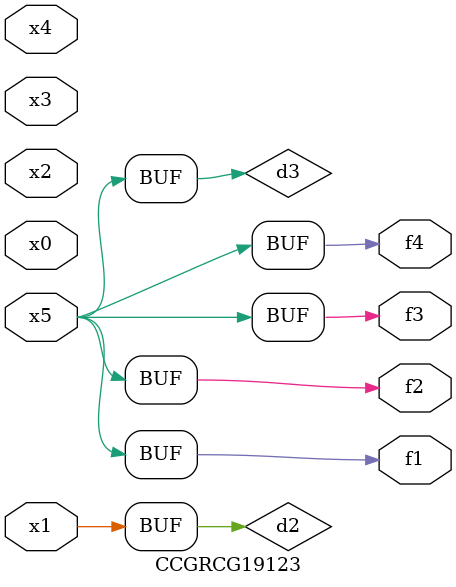
<source format=v>
module CCGRCG19123(
	input x0, x1, x2, x3, x4, x5,
	output f1, f2, f3, f4
);

	wire d1, d2, d3;

	not (d1, x5);
	or (d2, x1);
	xnor (d3, d1);
	assign f1 = d3;
	assign f2 = d3;
	assign f3 = d3;
	assign f4 = d3;
endmodule

</source>
